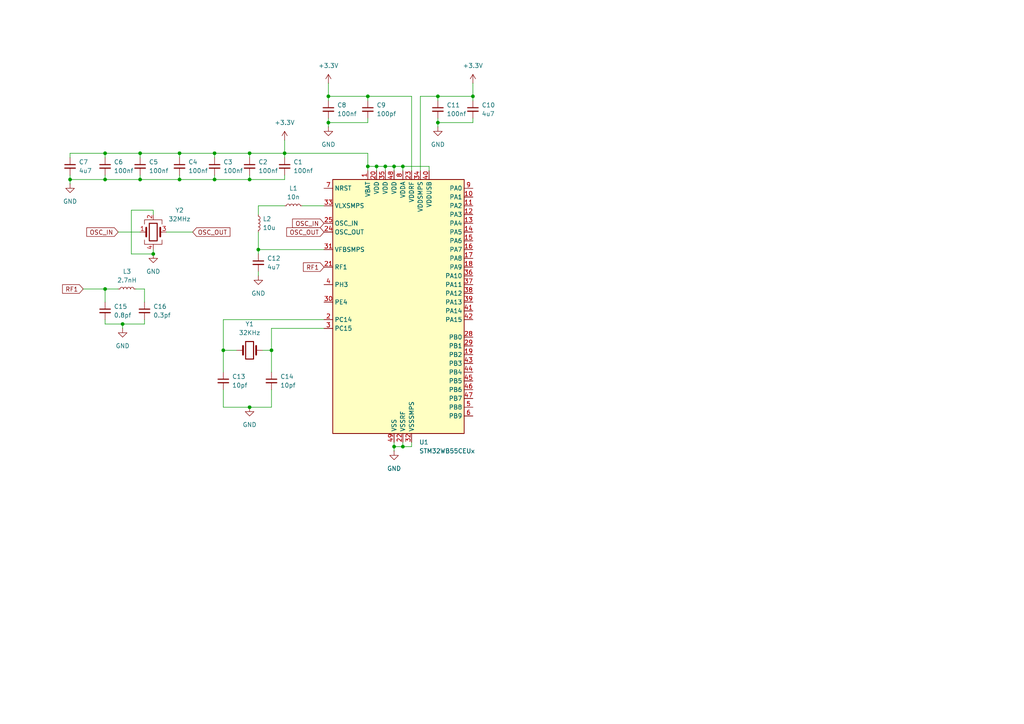
<source format=kicad_sch>
(kicad_sch (version 20231120) (generator "eeschema") (generator_version "8.0")
  (paper "A4")
  (lib_symbols
    (symbol "Device:C_Small" (pin_numbers hide) (pin_names (offset 0.254) hide)
      (property "Reference" "C" (at 0.254 1.778 0))
      (property "Value" "C_Small" (at 0.254 -2.032 0))
      (symbol "C_Small_0_1"
        (polyline (pts (xy -1.524 -0.508) (xy 1.524 -0.508)) (stroke (width 0.3302)))
        (polyline (pts (xy -1.524 0.508) (xy 1.524 0.508)) (stroke (width 0.3048)))
      )
      (symbol "C_Small_1_1"
        (pin passive line (at 0 2.54 270) (length 2.032) (name "~") (number "1"))
        (pin passive line (at 0 -2.54 90) (length 2.032) (name "~") (number "2"))
      )
    )
    (symbol "Device:Crystal" (pin_numbers hide) (pin_names (offset 1.016) hide)
      (property "Reference" "Y" (at 0 3.81 0))
      (property "Value" "Crystal" (at 0 -3.81 0))
      (symbol "Crystal_0_1"
        (rectangle (start -1.143 2.54) (end 1.143 -2.54) (stroke (width 0.3048)))
        (polyline (pts (xy -2.54 0) (xy -1.905 0)))
        (polyline (pts (xy -1.905 -1.27) (xy -1.905 1.27)) (stroke (width 0.508)))
        (polyline (pts (xy 1.905 -1.27) (xy 1.905 1.27)) (stroke (width 0.508)))
        (polyline (pts (xy 2.54 0) (xy 1.905 0)))
      )
      (symbol "Crystal_1_1"
        (pin passive line (at -3.81 0 0) (length 1.27) (name "1") (number "1"))
        (pin passive line (at 3.81 0 180) (length 1.27) (name "2") (number "2"))
      )
    )
    (symbol "Device:Crystal_GND24" (pin_names (offset 1.016) hide)
      (property "Reference" "Y" (at 3.175 5.08 0))
      (property "Value" "Crystal_GND24" (at 3.175 3.175 0))
      (symbol "Crystal_GND24_0_1"
        (rectangle (start -1.143 2.54) (end 1.143 -2.54) (stroke (width 0.3048)))
        (polyline (pts (xy -2.54 0) (xy -2.032 0)))
        (polyline (pts (xy -2.032 -1.27) (xy -2.032 1.27)) (stroke (width 0.508)))
        (polyline (pts (xy 0 -3.81) (xy 0 -3.556)))
        (polyline (pts (xy 0 3.556) (xy 0 3.81)))
        (polyline (pts (xy 2.032 -1.27) (xy 2.032 1.27)) (stroke (width 0.508)))
        (polyline (pts (xy 2.032 0) (xy 2.54 0)))
        (polyline (pts (xy -2.54 -2.286) (xy -2.54 -3.556) (xy 2.54 -3.556) (xy 2.54 -2.286)))
        (polyline (pts (xy -2.54 2.286) (xy -2.54 3.556) (xy 2.54 3.556) (xy 2.54 2.286)))
      )
      (symbol "Crystal_GND24_1_1"
        (pin passive line (at -3.81 0 0) (length 1.27) (name "1") (number "1"))
        (pin passive line (at 0 5.08 270) (length 1.27) (name "2") (number "2"))
        (pin passive line (at 3.81 0 180) (length 1.27) (name "3") (number "3"))
        (pin passive line (at 0 -5.08 90) (length 1.27) (name "4") (number "4"))
      )
    )
    (symbol "Device:L_Small" (pin_numbers hide) (pin_names (offset 0.254) hide)
      (property "Reference" "L" (at 0.762 1.016 0))
      (property "Value" "L_Small" (at 0.762 -1.016 0))
      (symbol "L_Small_0_1"
        (arc (start 0 -2.032) (mid 0.5058 -1.524) (end 0 -1.016))
        (arc (start 0 -1.016) (mid 0.5058 -0.508) (end 0 0))
        (arc (start 0 0) (mid 0.5058 0.508) (end 0 1.016))
        (arc (start 0 1.016) (mid 0.5058 1.524) (end 0 2.032))
      )
      (symbol "L_Small_1_1"
        (pin passive line (at 0 2.54 270) (length 0.508) (name "~") (number "1"))
        (pin passive line (at 0 -2.54 90) (length 0.508) (name "~") (number "2"))
      )
    )
    (symbol "MCU_ST_STM32WB:STM32WB55CEUx"
      (property "Reference" "U" (at -17.78 39.37 0))
      (property "Value" "STM32WB55CEUx" (at 12.7 39.37 0))
      (symbol "STM32WB55CEUx_0_1"
        (rectangle (start -17.78 -35.56) (end 20.32 38.1) (stroke (width 0.254)) (fill (type background)))
      )
      (symbol "STM32WB55CEUx_1_1"
        (pin power_in line (at -7.62 40.64 270) (length 2.54) (name "VBAT") (number "1"))
        (pin bidirectional line (at 22.86 33.02 180) (length 2.54) (name "PA1") (number "10"))
        (pin bidirectional line (at 22.86 30.48 180) (length 2.54) (name "PA2") (number "11"))
        (pin bidirectional line (at 22.86 27.94 180) (length 2.54) (name "PA3") (number "12"))
        (pin bidirectional line (at 22.86 25.4 180) (length 2.54) (name "PA4") (number "13"))
        (pin bidirectional line (at 22.86 22.86 180) (length 2.54) (name "PA5") (number "14"))
        (pin bidirectional line (at 22.86 20.32 180) (length 2.54) (name "PA6") (number "15"))
        (pin bidirectional line (at 22.86 17.78 180) (length 2.54) (name "PA7") (number "16"))
        (pin bidirectional line (at 22.86 15.24 180) (length 2.54) (name "PA8") (number "17"))
        (pin bidirectional line (at 22.86 12.7 180) (length 2.54) (name "PA9") (number "18"))
        (pin bidirectional line (at 22.86 -12.7 180) (length 2.54) (name "PB2") (number "19"))
        (pin bidirectional line (at -20.32 -2.54 0) (length 2.54) (name "PC14") (number "2"))
        (pin power_in line (at -5.08 40.64 270) (length 2.54) (name "VDD") (number "20"))
        (pin bidirectional line (at -20.32 12.7 0) (length 2.54) (name "RF1") (number "21"))
        (pin power_in line (at 2.54 -38.1 90) (length 2.54) (name "VSSRF") (number "22"))
        (pin power_in line (at 5.08 40.64 270) (length 2.54) (name "VDDRF") (number "23"))
        (pin input line (at -20.32 22.86 0) (length 2.54) (name "OSC_OUT") (number "24"))
        (pin input line (at -20.32 25.4 0) (length 2.54) (name "OSC_IN") (number "25"))
        (pin no_connect line (at -17.78 -35.56 0) (length 2.54) hide (name "AT0") (number "26"))
        (pin no_connect line (at -17.78 -33.02 0) (length 2.54) hide (name "AT1") (number "27"))
        (pin bidirectional line (at 22.86 -7.62 180) (length 2.54) (name "PB0") (number "28"))
        (pin bidirectional line (at 22.86 -10.16 180) (length 2.54) (name "PB1") (number "29"))
        (pin bidirectional line (at -20.32 -5.08 0) (length 2.54) (name "PC15") (number "3"))
        (pin bidirectional line (at -20.32 2.54 0) (length 2.54) (name "PE4") (number "30"))
        (pin input line (at -20.32 17.78 0) (length 2.54) (name "VFBSMPS") (number "31"))
        (pin power_in line (at 5.08 -38.1 90) (length 2.54) (name "VSSSMPS") (number "32"))
        (pin power_in line (at -20.32 30.48 0) (length 2.54) (name "VLXSMPS") (number "33"))
        (pin power_in line (at 7.62 40.64 270) (length 2.54) (name "VDDSMPS") (number "34"))
        (pin power_in line (at -2.54 40.64 270) (length 2.54) (name "VDD") (number "35"))
        (pin bidirectional line (at 22.86 10.16 180) (length 2.54) (name "PA10") (number "36"))
        (pin bidirectional line (at 22.86 7.62 180) (length 2.54) (name "PA11") (number "37"))
        (pin bidirectional line (at 22.86 5.08 180) (length 2.54) (name "PA12") (number "38"))
        (pin bidirectional line (at 22.86 2.54 180) (length 2.54) (name "PA13") (number "39"))
        (pin bidirectional line (at -20.32 7.62 0) (length 2.54) (name "PH3") (number "4"))
        (pin power_in line (at 10.16 40.64 270) (length 2.54) (name "VDDUSB") (number "40"))
        (pin bidirectional line (at 22.86 0 180) (length 2.54) (name "PA14") (number "41"))
        (pin bidirectional line (at 22.86 -2.54 180) (length 2.54) (name "PA15") (number "42"))
        (pin bidirectional line (at 22.86 -15.24 180) (length 2.54) (name "PB3") (number "43"))
        (pin bidirectional line (at 22.86 -17.78 180) (length 2.54) (name "PB4") (number "44"))
        (pin bidirectional line (at 22.86 -20.32 180) (length 2.54) (name "PB5") (number "45"))
        (pin bidirectional line (at 22.86 -22.86 180) (length 2.54) (name "PB6") (number "46"))
        (pin bidirectional line (at 22.86 -25.4 180) (length 2.54) (name "PB7") (number "47"))
        (pin power_in line (at 0 40.64 270) (length 2.54) (name "VDD") (number "48"))
        (pin power_in line (at 0 -38.1 90) (length 2.54) (name "VSS") (number "49"))
        (pin bidirectional line (at 22.86 -27.94 180) (length 2.54) (name "PB8") (number "5"))
        (pin bidirectional line (at 22.86 -30.48 180) (length 2.54) (name "PB9") (number "6"))
        (pin input line (at -20.32 35.56 0) (length 2.54) (name "NRST") (number "7"))
        (pin power_in line (at 2.54 40.64 270) (length 2.54) (name "VDDA") (number "8"))
        (pin bidirectional line (at 22.86 35.56 180) (length 2.54) (name "PA0") (number "9"))
      )
    )
    (symbol "power:+3.3V" (power) (pin_numbers hide) (pin_names (offset 0) hide)
      (property "Value" "+3.3V" (at 0 3.556 0))
      (symbol "+3.3V_0_1"
        (polyline (pts (xy -0.762 1.27) (xy 0 2.54)))
        (polyline (pts (xy 0 0) (xy 0 2.54)))
        (polyline (pts (xy 0 2.54) (xy 0.762 1.27)))
      )
      (symbol "+3.3V_1_1"
        (pin power_in line (at 0 0 90) (length 0) (name "~") (number "1"))
      )
    )
    (symbol "power:GND" (power) (pin_numbers hide) (pin_names (offset 0) hide)
      (property "Value" "GND" (at 0 -3.81 0))
      (symbol "GND_0_1"
        (polyline (pts (xy 0 0) (xy 0 -1.27) (xy 1.27 -1.27) (xy 0 -2.54) (xy -1.27 -1.27) (xy 0 -1.27)))
      )
      (symbol "GND_1_1"
        (pin power_in line (at 0 0 270) (length 0) (name "~") (number "1"))
      )
    )
  )
  (junction (at 74.93 72.39))
  (junction (at 72.39 52.07))
  (junction (at 40.64 44.45))
  (junction (at 127 35.56))
  (junction (at 72.39 44.45))
  (junction (at 78.74 101.6))
  (junction (at 40.64 52.07))
  (junction (at 127 27.94))
  (junction (at 116.84 48.26))
  (junction (at 72.39 118.11))
  (junction (at 137.16 27.94))
  (junction (at 114.3 48.26))
  (junction (at 95.25 27.94))
  (junction (at 116.84 129.54))
  (junction (at 111.76 48.26))
  (junction (at 95.25 35.56))
  (junction (at 106.68 48.26))
  (junction (at 30.48 52.07))
  (junction (at 52.07 44.45))
  (junction (at 62.23 52.07))
  (junction (at 64.77 101.6))
  (junction (at 30.48 83.82))
  (junction (at 82.55 44.45))
  (junction (at 44.45 73.66))
  (junction (at 114.3 129.54))
  (junction (at 106.68 27.94))
  (junction (at 35.56 93.98))
  (junction (at 30.48 44.45))
  (junction (at 62.23 44.45))
  (junction (at 52.07 52.07))
  (junction (at 20.32 52.07))
  (junction (at 109.22 48.26))
  (wire (pts (xy 82.55 52.07) (xy 82.55 50.8)))
  (wire (pts (xy 44.45 62.23) (xy 44.45 60.96)))
  (wire (pts (xy 121.92 49.53) (xy 121.92 27.94)))
  (wire (pts (xy 52.07 44.45) (xy 52.07 45.72)))
  (wire (pts (xy 72.39 44.45) (xy 62.23 44.45)))
  (wire (pts (xy 20.32 52.07) (xy 20.32 53.34)))
  (wire (pts (xy 24.13 83.82) (xy 30.48 83.82)))
  (wire (pts (xy 78.74 118.11) (xy 72.39 118.11)))
  (wire (pts (xy 95.25 27.94) (xy 106.68 27.94)))
  (wire (pts (xy 38.1 73.66) (xy 44.45 73.66)))
  (wire (pts (xy 30.48 52.07) (xy 40.64 52.07)))
  (wire (pts (xy 116.84 48.26) (xy 124.46 48.26)))
  (wire (pts (xy 95.25 35.56) (xy 106.68 35.56)))
  (wire (pts (xy 64.77 101.6) (xy 68.58 101.6)))
  (wire (pts (xy 119.38 128.27) (xy 119.38 129.54)))
  (wire (pts (xy 116.84 48.26) (xy 116.84 49.53)))
  (wire (pts (xy 127 27.94) (xy 127 29.21)))
  (wire (pts (xy 41.91 83.82) (xy 41.91 87.63)))
  (wire (pts (xy 40.64 44.45) (xy 40.64 45.72)))
  (wire (pts (xy 40.64 50.8) (xy 40.64 52.07)))
  (wire (pts (xy 106.68 27.94) (xy 106.68 29.21)))
  (wire (pts (xy 95.25 34.29) (xy 95.25 35.56)))
  (wire (pts (xy 48.26 67.31) (xy 55.88 67.31)))
  (wire (pts (xy 52.07 50.8) (xy 52.07 52.07)))
  (wire (pts (xy 137.16 27.94) (xy 137.16 29.21)))
  (wire (pts (xy 82.55 44.45) (xy 72.39 44.45)))
  (wire (pts (xy 127 34.29) (xy 127 35.56)))
  (wire (pts (xy 111.76 48.26) (xy 111.76 49.53)))
  (wire (pts (xy 124.46 48.26) (xy 124.46 49.53)))
  (wire (pts (xy 106.68 35.56) (xy 106.68 34.29)))
  (wire (pts (xy 87.63 59.69) (xy 93.98 59.69)))
  (wire (pts (xy 127 35.56) (xy 127 36.83)))
  (wire (pts (xy 114.3 128.27) (xy 114.3 129.54)))
  (wire (pts (xy 44.45 72.39) (xy 44.45 73.66)))
  (wire (pts (xy 116.84 129.54) (xy 114.3 129.54)))
  (wire (pts (xy 64.77 92.71) (xy 64.77 101.6)))
  (wire (pts (xy 82.55 59.69) (xy 74.93 59.69)))
  (wire (pts (xy 74.93 78.74) (xy 74.93 80.01)))
  (wire (pts (xy 106.68 49.53) (xy 106.68 48.26)))
  (wire (pts (xy 62.23 44.45) (xy 52.07 44.45)))
  (wire (pts (xy 34.29 67.31) (xy 40.64 67.31)))
  (wire (pts (xy 82.55 45.72) (xy 82.55 44.45)))
  (wire (pts (xy 78.74 113.03) (xy 78.74 118.11)))
  (wire (pts (xy 62.23 50.8) (xy 62.23 52.07)))
  (wire (pts (xy 41.91 92.71) (xy 41.91 93.98)))
  (wire (pts (xy 74.93 72.39) (xy 74.93 67.31)))
  (wire (pts (xy 114.3 48.26) (xy 116.84 48.26)))
  (wire (pts (xy 78.74 95.25) (xy 78.74 101.6)))
  (wire (pts (xy 35.56 93.98) (xy 41.91 93.98)))
  (wire (pts (xy 109.22 48.26) (xy 111.76 48.26)))
  (wire (pts (xy 30.48 44.45) (xy 30.48 45.72)))
  (wire (pts (xy 74.93 72.39) (xy 74.93 73.66)))
  (wire (pts (xy 93.98 95.25) (xy 78.74 95.25)))
  (wire (pts (xy 95.25 24.13) (xy 95.25 27.94)))
  (wire (pts (xy 121.92 27.94) (xy 127 27.94)))
  (wire (pts (xy 78.74 101.6) (xy 78.74 107.95)))
  (wire (pts (xy 38.1 60.96) (xy 38.1 73.66)))
  (wire (pts (xy 116.84 128.27) (xy 116.84 129.54)))
  (wire (pts (xy 20.32 44.45) (xy 20.32 45.72)))
  (wire (pts (xy 119.38 49.53) (xy 119.38 27.94)))
  (wire (pts (xy 40.64 52.07) (xy 52.07 52.07)))
  (wire (pts (xy 64.77 101.6) (xy 64.77 107.95)))
  (wire (pts (xy 111.76 48.26) (xy 114.3 48.26)))
  (wire (pts (xy 72.39 50.8) (xy 72.39 52.07)))
  (wire (pts (xy 30.48 93.98) (xy 35.56 93.98)))
  (wire (pts (xy 62.23 52.07) (xy 72.39 52.07)))
  (wire (pts (xy 35.56 93.98) (xy 35.56 95.25)))
  (wire (pts (xy 40.64 44.45) (xy 30.48 44.45)))
  (wire (pts (xy 109.22 48.26) (xy 109.22 49.53)))
  (wire (pts (xy 137.16 24.13) (xy 137.16 27.94)))
  (wire (pts (xy 82.55 40.64) (xy 82.55 44.45)))
  (wire (pts (xy 64.77 92.71) (xy 93.98 92.71)))
  (wire (pts (xy 64.77 118.11) (xy 72.39 118.11)))
  (wire (pts (xy 93.98 72.39) (xy 74.93 72.39)))
  (wire (pts (xy 78.74 101.6) (xy 76.2 101.6)))
  (wire (pts (xy 127 27.94) (xy 137.16 27.94)))
  (wire (pts (xy 137.16 35.56) (xy 137.16 34.29)))
  (wire (pts (xy 52.07 52.07) (xy 62.23 52.07)))
  (wire (pts (xy 20.32 50.8) (xy 20.32 52.07)))
  (wire (pts (xy 119.38 129.54) (xy 116.84 129.54)))
  (wire (pts (xy 34.29 83.82) (xy 30.48 83.82)))
  (wire (pts (xy 30.48 83.82) (xy 30.48 87.63)))
  (wire (pts (xy 20.32 52.07) (xy 30.48 52.07)))
  (wire (pts (xy 106.68 48.26) (xy 106.68 44.45)))
  (wire (pts (xy 30.48 92.71) (xy 30.48 93.98)))
  (wire (pts (xy 39.37 83.82) (xy 41.91 83.82)))
  (wire (pts (xy 30.48 50.8) (xy 30.48 52.07)))
  (wire (pts (xy 106.68 44.45) (xy 82.55 44.45)))
  (wire (pts (xy 62.23 44.45) (xy 62.23 45.72)))
  (wire (pts (xy 127 35.56) (xy 137.16 35.56)))
  (wire (pts (xy 114.3 129.54) (xy 114.3 130.81)))
  (wire (pts (xy 52.07 44.45) (xy 40.64 44.45)))
  (wire (pts (xy 72.39 52.07) (xy 82.55 52.07)))
  (wire (pts (xy 74.93 59.69) (xy 74.93 62.23)))
  (wire (pts (xy 72.39 44.45) (xy 72.39 45.72)))
  (wire (pts (xy 64.77 113.03) (xy 64.77 118.11)))
  (wire (pts (xy 95.25 35.56) (xy 95.25 36.83)))
  (wire (pts (xy 30.48 44.45) (xy 20.32 44.45)))
  (wire (pts (xy 114.3 48.26) (xy 114.3 49.53)))
  (wire (pts (xy 95.25 27.94) (xy 95.25 29.21)))
  (wire (pts (xy 106.68 48.26) (xy 109.22 48.26)))
  (wire (pts (xy 44.45 60.96) (xy 38.1 60.96)))
  (wire (pts (xy 119.38 27.94) (xy 106.68 27.94)))
  (global_label "RF1" (shape input) (at 93.98 77.47 180) (property "Intersheetrefs" "${INTERSHEET_REFS}" (effects (hide yes))))
  (global_label "OSC_OUT" (shape input) (at 55.88 67.31 0) (property "Intersheetrefs" "${INTERSHEET_REFS}" (effects (hide yes))))
  (global_label "OSC_IN" (shape input) (at 93.98 64.77 180) (property "Intersheetrefs" "${INTERSHEET_REFS}" (effects (hide yes))))
  (global_label "OSC_OUT" (shape input) (at 93.98 67.31 180) (property "Intersheetrefs" "${INTERSHEET_REFS}" (effects (hide yes))))
  (global_label "RF1" (shape input) (at 24.13 83.82 180) (property "Intersheetrefs" "${INTERSHEET_REFS}" (effects (hide yes))))
  (global_label "OSC_IN" (shape input) (at 34.29 67.31 180) (property "Intersheetrefs" "${INTERSHEET_REFS}" (effects (hide yes))))
  (symbol (lib_id "power:GND") (at 44.45 73.66 0) (unit 1)
    (property "Reference" "#PWR010" (effects (hide yes)))
    (property "Value" "GND" (at 44.45 78.74 0))
    (property "Description" "Power symbol creates a global label with name \"GND\" , ground" (effects (hide yes)))
  )
  (symbol (lib_id "power:+3.3V") (at 137.16 24.13 0) (unit 1)
    (property "Reference" "#PWR06" (effects (hide yes)))
    (property "Value" "+3.3V" (at 137.16 19.05 0))
    (property "Description" "Power symbol creates a global label with name \"+3.3V\"" (effects (hide yes)))
  )
  (symbol (lib_id "Device:Crystal") (at 72.39 101.6 0) (unit 1)
    (property "Reference" "Y1" (at 72.39 93.98 0))
    (property "Value" "32KHz" (at 72.39 96.52 0))
    (property "Description" "Two pin crystal" (effects (hide yes)))
  )
  (symbol (lib_id "Device:Crystal_GND24") (at 44.45 67.31 0) (unit 1)
    (property "Reference" "Y2" (at 52.07 60.9914 0))
    (property "Value" "32MHz" (at 52.07 63.5314 0))
    (property "Description" "Four pin crystal, GND on pins 2 and 4" (effects (hide yes)))
  )
  (symbol (lib_id "Device:C_Small") (at 62.23 48.26 0) (unit 1)
    (property "Reference" "C3" (at 64.77 46.9962 0) (effects (justify left)))
    (property "Value" "100nf" (at 64.77 49.5362 0) (effects (justify left)))
    (property "Description" "Unpolarized capacitor, small symbol" (effects (hide yes)))
  )
  (symbol (lib_id "Device:C_Small") (at 127 31.75 0) (unit 1)
    (property "Reference" "C11" (at 129.54 30.4862 0) (effects (justify left)))
    (property "Value" "100nf" (at 129.54 33.0262 0) (effects (justify left)))
    (property "Description" "Unpolarized capacitor, small symbol" (effects (hide yes)))
  )
  (symbol (lib_id "power:+3.3V") (at 82.55 40.64 0) (unit 1)
    (property "Reference" "#PWR01" (effects (hide yes)))
    (property "Value" "+3.3V" (at 82.55 35.56 0))
    (property "Description" "Power symbol creates a global label with name \"+3.3V\"" (effects (hide yes)))
  )
  (symbol (lib_id "Device:C_Small") (at 95.25 31.75 0) (unit 1)
    (property "Reference" "C8" (at 97.79 30.4862 0) (effects (justify left)))
    (property "Value" "100nf" (at 97.79 33.0262 0) (effects (justify left)))
    (property "Description" "Unpolarized capacitor, small symbol" (effects (hide yes)))
  )
  (symbol (lib_id "Device:C_Small") (at 74.93 76.2 0) (unit 1)
    (property "Reference" "C12" (at 77.47 74.9362 0) (effects (justify left)))
    (property "Value" "4u7" (at 77.47 77.4762 0) (effects (justify left)))
    (property "Description" "Unpolarized capacitor, small symbol" (effects (hide yes)))
  )
  (symbol (lib_id "Device:C_Small") (at 30.48 48.26 0) (unit 1)
    (property "Reference" "C6" (at 33.02 46.9962 0) (effects (justify left)))
    (property "Value" "100nf" (at 33.02 49.5362 0) (effects (justify left)))
    (property "Description" "Unpolarized capacitor, small symbol" (effects (hide yes)))
  )
  (symbol (lib_id "Device:C_Small") (at 82.55 48.26 0) (unit 1)
    (property "Reference" "C1" (at 85.09 46.9962 0) (effects (justify left)))
    (property "Value" "100nf" (at 85.09 49.5362 0) (effects (justify left)))
    (property "Description" "Unpolarized capacitor, small symbol" (effects (hide yes)))
  )
  (symbol (lib_id "Device:C_Small") (at 106.68 31.75 0) (unit 1)
    (property "Reference" "C9" (at 109.22 30.4862 0) (effects (justify left)))
    (property "Value" "100pf" (at 109.22 33.0262 0) (effects (justify left)))
    (property "Description" "Unpolarized capacitor, small symbol" (effects (hide yes)))
  )
  (symbol (lib_id "power:GND") (at 35.56 95.25 0) (unit 1)
    (property "Reference" "#PWR011" (effects (hide yes)))
    (property "Value" "GND" (at 35.56 100.33 0))
    (property "Description" "Power symbol creates a global label with name \"GND\" , ground" (effects (hide yes)))
  )
  (symbol (lib_id "Device:L_Small") (at 74.93 64.77 0) (unit 1)
    (property "Reference" "L2" (at 76.2 63.4999 0) (effects (justify left)))
    (property "Value" "10u" (at 76.2 66.0399 0) (effects (justify left)))
    (property "Description" "Inductor, small symbol" (effects (hide yes)))
  )
  (symbol (lib_id "Device:C_Small") (at 78.74 110.49 0) (unit 1)
    (property "Reference" "C14" (at 81.28 109.2262 0) (effects (justify left)))
    (property "Value" "10pf" (at 81.28 111.7662 0) (effects (justify left)))
    (property "Description" "Unpolarized capacitor, small symbol" (effects (hide yes)))
  )
  (symbol (lib_id "power:+3.3V") (at 95.25 24.13 0) (unit 1)
    (property "Reference" "#PWR03" (effects (hide yes)))
    (property "Value" "+3.3V" (at 95.25 19.05 0))
    (property "Description" "Power symbol creates a global label with name \"+3.3V\"" (effects (hide yes)))
  )
  (symbol (lib_id "Device:C_Small") (at 40.64 48.26 0) (unit 1)
    (property "Reference" "C5" (at 43.18 46.9962 0) (effects (justify left)))
    (property "Value" "100nf" (at 43.18 49.5362 0) (effects (justify left)))
    (property "Description" "Unpolarized capacitor, small symbol" (effects (hide yes)))
  )
  (symbol (lib_id "power:GND") (at 20.32 53.34 0) (unit 1)
    (property "Reference" "#PWR02" (effects (hide yes)))
    (property "Value" "GND" (at 20.32 58.42 0))
    (property "Description" "Power symbol creates a global label with name \"GND\" , ground" (effects (hide yes)))
  )
  (symbol (lib_id "Device:C_Small") (at 20.32 48.26 0) (unit 1)
    (property "Reference" "C7" (at 22.86 46.9962 0) (effects (justify left)))
    (property "Value" "4u7" (at 22.86 49.5362 0) (effects (justify left)))
    (property "Description" "Unpolarized capacitor, small symbol" (effects (hide yes)))
  )
  (symbol (lib_id "Device:C_Small") (at 41.91 90.17 0) (unit 1)
    (property "Reference" "C16" (at 44.45 88.9062 0) (effects (justify left)))
    (property "Value" "0.3pf" (at 44.45 91.4462 0) (effects (justify left)))
    (property "Description" "Unpolarized capacitor, small symbol" (effects (hide yes)))
  )
  (symbol (lib_id "Device:C_Small") (at 137.16 31.75 0) (unit 1)
    (property "Reference" "C10" (at 139.7 30.4862 0) (effects (justify left)))
    (property "Value" "4u7" (at 139.7 33.0262 0) (effects (justify left)))
    (property "Description" "Unpolarized capacitor, small symbol" (effects (hide yes)))
  )
  (symbol (lib_id "power:GND") (at 72.39 118.11 0) (unit 1)
    (property "Reference" "#PWR09" (effects (hide yes)))
    (property "Value" "GND" (at 72.39 123.19 0))
    (property "Description" "Power symbol creates a global label with name \"GND\" , ground" (effects (hide yes)))
  )
  (symbol (lib_id "power:GND") (at 95.25 36.83 0) (unit 1)
    (property "Reference" "#PWR04" (effects (hide yes)))
    (property "Value" "GND" (at 95.25 41.91 0))
    (property "Description" "Power symbol creates a global label with name \"GND\" , ground" (effects (hide yes)))
  )
  (symbol (lib_id "Device:C_Small") (at 52.07 48.26 0) (unit 1)
    (property "Reference" "C4" (at 54.61 46.9962 0) (effects (justify left)))
    (property "Value" "100nf" (at 54.61 49.5362 0) (effects (justify left)))
    (property "Description" "Unpolarized capacitor, small symbol" (effects (hide yes)))
  )
  (symbol (lib_id "Device:C_Small") (at 30.48 90.17 0) (unit 1)
    (property "Reference" "C15" (at 33.02 88.9062 0) (effects (justify left)))
    (property "Value" "0.8pf" (at 33.02 91.4462 0) (effects (justify left)))
    (property "Description" "Unpolarized capacitor, small symbol" (effects (hide yes)))
  )
  (symbol (lib_id "Device:C_Small") (at 64.77 110.49 0) (unit 1)
    (property "Reference" "C13" (at 67.31 109.2262 0) (effects (justify left)))
    (property "Value" "10pf" (at 67.31 111.7662 0) (effects (justify left)))
    (property "Description" "Unpolarized capacitor, small symbol" (effects (hide yes)))
  )
  (symbol (lib_id "Device:L_Small") (at 36.83 83.82 90) (unit 1)
    (property "Reference" "L3" (at 36.83 78.74 90))
    (property "Value" "2.7nH" (at 36.83 81.28 90))
    (property "Description" "Inductor, small symbol" (effects (hide yes)))
  )
  (symbol (lib_id "power:GND") (at 74.93 80.01 0) (unit 1)
    (property "Reference" "#PWR07" (effects (hide yes)))
    (property "Value" "GND" (at 74.93 85.09 0))
    (property "Description" "Power symbol creates a global label with name \"GND\" , ground" (effects (hide yes)))
  )
  (symbol (lib_id "power:GND") (at 127 36.83 0) (unit 1)
    (property "Reference" "#PWR05" (effects (hide yes)))
    (property "Value" "GND" (at 127 41.91 0))
    (property "Description" "Power symbol creates a global label with name \"GND\" , ground" (effects (hide yes)))
  )
  (symbol (lib_id "Device:C_Small") (at 72.39 48.26 0) (unit 1)
    (property "Reference" "C2" (at 74.93 46.9962 0) (effects (justify left)))
    (property "Value" "100nf" (at 74.93 49.5362 0) (effects (justify left)))
    (property "Description" "Unpolarized capacitor, small symbol" (effects (hide yes)))
  )
  (symbol (lib_id "power:GND") (at 114.3 130.81 0) (unit 1)
    (property "Reference" "#PWR08" (effects (hide yes)))
    (property "Value" "GND" (at 114.3 135.89 0))
    (property "Description" "Power symbol creates a global label with name \"GND\" , ground" (effects (hide yes)))
  )
  (symbol (lib_id "MCU_ST_STM32WB:STM32WB55CEUx") (at 114.3 90.17 0) (unit 1)
    (property "Reference" "U1" (at 121.5741 128.27 0) (effects (justify left)))
    (property "Value" "STM32WB55CEUx" (at 121.5741 130.81 0) (effects (justify left)))
    (property "Footprint" "Package_DFN_QFN:QFN-48-1EP_7x7mm_P0.5mm_EP5.6x5.6mm" (effects (hide yes)))
    (property "Datasheet" "https://www.st.com/resource/en/datasheet/stm32wb55ce.pdf" (effects (hide yes)))
    (property "Description" "STMicroelectronics Arm Cortex-M4 MCU, 512KB flash, 256KB RAM, 64 MHz, 1.71-3.6V, 30 GPIO, UFQFPN48" (effects (hide yes)))
  )
  (symbol (lib_id "Device:L_Small") (at 85.09 59.69 90) (unit 1)
    (property "Reference" "L1" (at 85.09 54.61 90))
    (property "Value" "10n" (at 85.09 57.15 90))
    (property "Description" "Inductor, small symbol" (effects (hide yes)))
  )
)
</source>
